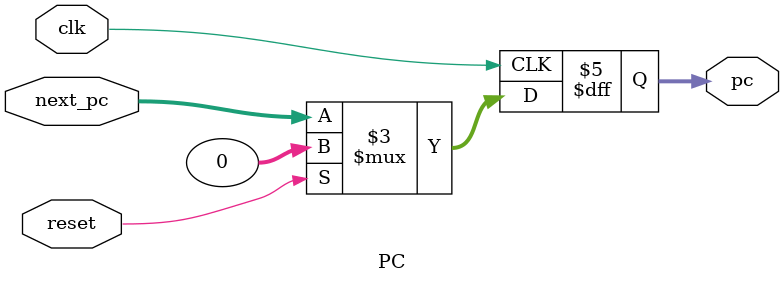
<source format=v>
`timescale 1ns / 1ps

module PC(
    input clk,
	input reset,
	output reg [31:0] pc,
	input [31:0] next_pc
	);
	always @(posedge clk) begin
		if (reset) 	pc <= 32'b0;	//³õÊ¼»¯pcÎª0
		else 		pc <= next_pc;
	end
endmodule

</source>
